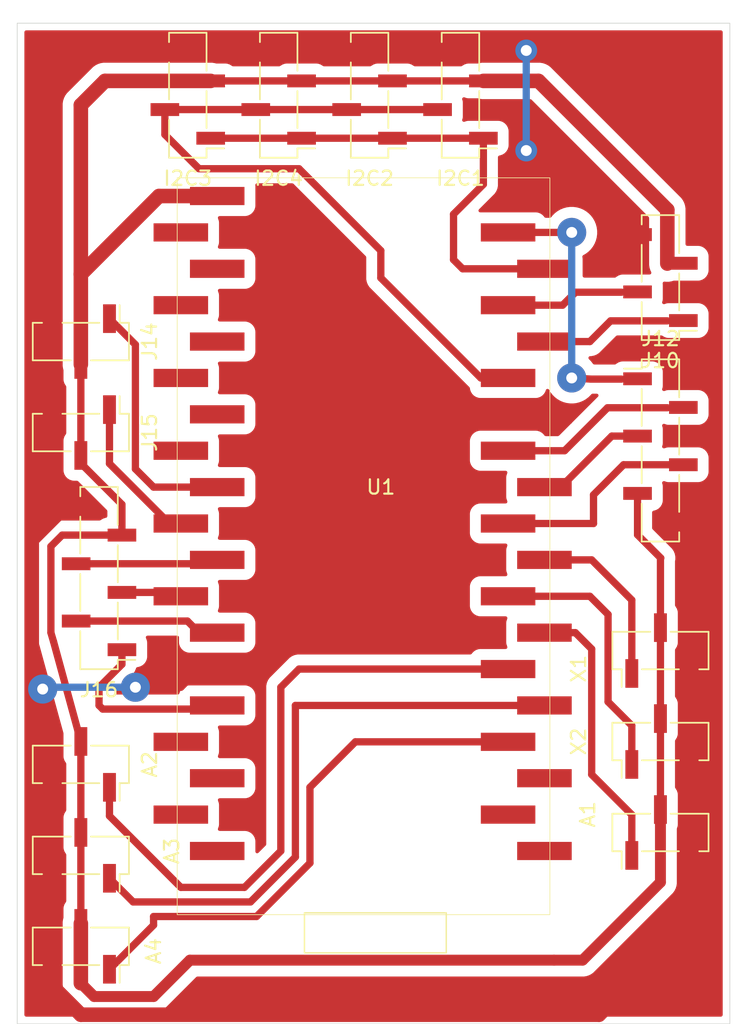
<source format=kicad_pcb>
(kicad_pcb (version 20241229) (generator "pcbnew") (generator_version "9.0")
  (layers (0 "F.Cu" signal) (2 "B.Cu" signal) (13 "F.Paste" user) (15 "B.Paste" user) (5 "F.SilkS" user "F.Silkscreen") (7 "B.SilkS" user "B.Silkscreen") (1 "F.Mask" user) (3 "B.Mask" user) (25 "Edge.Cuts" user))
  (net 0 "")
  (net 1 "SIG1")
  (net 2 "GND")
  (net 3 "3V3")
  (net 4 "SIG2")
  (net 5 "ADC2")
  (net 6 "I2C_SDA")
  (net 7 "I2C_SCL")
  (net 8 "U0_TX")
  (net 9 "U0_RX")
  (net 10 "ADC3")
  (net 11 "SPI_MOSI")
  (net 12 "SPI_MISO")
  (net 13 "SPI_CS")
  (net 14 "SPI_SCK")
  (net 15 "ADC4")
  (net 16 "DAC1")
  (net 17 "DAC2")
  (net 18 "SPI2_MISO")
  (net 19 "SPI2_CS")
  (net 20 "SPI2_MOSI")
  (net 21 "SPI2_SCK")
  (net 29 "ADC1")
  (net 35 "5V")
  (footprint "Connector_PinSocket_2.00mm:PinSocket_1x04_P2.00mm_Vertical_SMD_Pin1Left" (layer "F.Cu") (at 24.615 5.03 180)
    (property "Reference" "I2C2" (at 0 -5.8 0) (layer "F.SilkS"))
    (property "Value" "I2C2")
    (fp_line (start 1.31 3.71) (end 1.31 4.36) (stroke (width 0.12)) (layer "F.SilkS"))
    (fp_line (start 1.31 -0.29) (end 1.31 2.29) (stroke (width 0.12)) (layer "F.SilkS"))
    (fp_line (start 1.31 -4.36) (end 1.31 -1.71) (stroke (width 0.12)) (layer "F.SilkS"))
    (fp_line (start -1.31 4.36) (end 1.31 4.36) (stroke (width 0.12)) (layer "F.SilkS"))
    (fp_line (start -1.31 1.71) (end -1.31 4.36) (stroke (width 0.12)) (layer "F.SilkS"))
    (fp_line (start -1.31 -2.29) (end -1.31 0.29) (stroke (width 0.12)) (layer "F.SilkS"))
    (fp_line (start -1.31 -4.36) (end 1.31 -4.36) (stroke (width 0.12)) (layer "F.SilkS"))
    (fp_line (start -1.31 -4.36) (end -1.31 -3.71) (stroke (width 0.12)) (layer "F.SilkS"))
    (fp_line (start -2.54 -3.71) (end -1.31 -3.71) (stroke (width 0.12)) (layer "F.SilkS"))
    (pad "1" smd rect (at -1.6 -3 180) (size 2 0.9) (layers "F.Cu" "F.Mask" "F.Paste") (net 7 "I2C_SCL"))
    (pad "2" smd rect (at 1.6 -1 180) (size 2 0.9) (layers "F.Cu" "F.Mask" "F.Paste") (net 6 "I2C_SDA"))
    (pad "3" smd rect (at -1.6 1 180) (size 2 0.9) (layers "F.Cu" "F.Mask" "F.Paste") (net 3 "3V3"))
    (pad "4" smd rect (at 1.6 3 180) (size 2 0.9) (layers "F.Cu" "F.Mask" "F.Paste") (net 2 "GND"))
  )
  (footprint "Connector_PinSocket_2.00mm:PinSocket_1x06_P2.00mm_Vertical_SMD_Pin1Left" (layer "F.Cu") (at 44.93452 29.823617)
    (property "Reference" "J12" (at 0 -7.8 0) (layer "F.SilkS"))
    (property "Value" "SPI1")
    (fp_line (start -2.54 -5.71) (end -1.31 -5.71) (stroke (width 0.12)) (layer "F.SilkS"))
    (fp_line (start -1.31 -6.36) (end -1.31 -5.71) (stroke (width 0.12)) (layer "F.SilkS"))
    (fp_line (start -1.31 -6.36) (end 1.31 -6.36) (stroke (width 0.12)) (layer "F.SilkS"))
    (fp_line (start -1.31 -4.29) (end -1.31 -1.71) (stroke (width 0.12)) (layer "F.SilkS"))
    (fp_line (start -1.31 -0.29) (end -1.31 2.29) (stroke (width 0.12)) (layer "F.SilkS"))
    (fp_line (start -1.31 3.71) (end -1.31 6.36) (stroke (width 0.12)) (layer "F.SilkS"))
    (fp_line (start -1.31 6.36) (end 1.31 6.36) (stroke (width 0.12)) (layer "F.SilkS"))
    (fp_line (start 1.31 -6.36) (end 1.31 -3.71) (stroke (width 0.12)) (layer "F.SilkS"))
    (fp_line (start 1.31 -2.29) (end 1.31 0.29) (stroke (width 0.12)) (layer "F.SilkS"))
    (fp_line (start 1.31 1.71) (end 1.31 4.29) (stroke (width 0.12)) (layer "F.SilkS"))
    (fp_line (start 1.31 5.71) (end 1.31 6.36) (stroke (width 0.12)) (layer "F.SilkS"))
    (pad "1" smd rect (at -1.6 -5) (size 2 0.9) (layers "F.Cu" "F.Mask" "F.Paste") (net 11 "SPI_MOSI"))
    (pad "2" smd rect (at 1.6 -3) (size 2 0.9) (layers "F.Cu" "F.Mask" "F.Paste") (net 12 "SPI_MISO"))
    (pad "3" smd rect (at -1.6 -1) (size 2 0.9) (layers "F.Cu" "F.Mask" "F.Paste") (net 14 "SPI_SCK"))
    (pad "4" smd rect (at 1.6 1) (size 2 0.9) (layers "F.Cu" "F.Mask" "F.Paste") (net 13 "SPI_CS"))
    (pad "5" smd rect (at -1.6 3) (size 2 0.9) (layers "F.Cu" "F.Mask" "F.Paste") (net 3 "3V3"))
    (pad "6" smd rect (at 1.6 5) (size 2 0.9) (layers "F.Cu" "F.Mask" "F.Paste") (net 2 "GND"))
  )
  (footprint "ESP32-DEVKITC-32D:MODULE_ESP32-DEVKITC-32D" (layer "F.Cu") (at 25.4 32.385)
    (property "Reference" "U1" (at 0 0 0) (layer "F.SilkS") (effects (font (size 1.000386 1.000386))))
    (property "Value" "ESP32-DEVKITC-32D")
    (fp_rect (start -14.224 -21.59) (end 11.811 29.845) (stroke (width 0.05)) (fill no) (layer "F.SilkS"))
    (fp_rect (start -5.334 29.718) (end 4.572 32.512) (stroke (width 0.1)) (fill no) (layer "F.SilkS"))
    (pad "J2-1" smd rect (at -12.7 -20.32) (size 3.81 1.27) (drill (offset 1.27 0)) (layers "F.Cu" "F.Mask" "F.Paste") (net 3 "3V3"))
    (pad "J2-2" smd rect (at -12.7 -17.78) (size 3.81 1.27) (drill (offset -1.27 0)) (layers "F.Cu" "F.Mask" "F.Paste"))
    (pad "J2-3" smd rect (at -12.7 -15.24) (size 3.81 1.27) (drill (offset 1.27 0)) (layers "F.Cu" "F.Mask" "F.Paste"))
    (pad "J2-4" smd rect (at -12.7 -12.7) (size 3.81 1.27) (drill (offset -1.27 0)) (layers "F.Cu" "F.Mask" "F.Paste"))
    (pad "J2-5" smd rect (at -12.7 -10.16) (size 3.81 1.27) (drill (offset 1.27 0)) (layers "F.Cu" "F.Mask" "F.Paste"))
    (pad "J2-6" smd rect (at -12.7 -7.62) (size 3.81 1.27) (drill (offset -1.27 0)) (layers "F.Cu" "F.Mask" "F.Paste"))
    (pad "J2-7" smd rect (at -12.7 -5.08) (size 3.81 1.27) (drill (offset 1.27 0)) (layers "F.Cu" "F.Mask" "F.Paste"))
    (pad "J2-8" smd rect (at -12.7 -2.54) (size 3.81 1.27) (drill (offset -1.27 0)) (layers "F.Cu" "F.Mask" "F.Paste"))
    (pad "J2-9" smd rect (at -12.7 0) (size 3.81 1.27) (drill (offset 1.27 0)) (layers "F.Cu" "F.Mask" "F.Paste") (net 16 "DAC1"))
    (pad "J2-10" smd rect (at -12.7 2.54) (size 3.81 1.27) (drill (offset -1.27 0)) (layers "F.Cu" "F.Mask" "F.Paste") (net 17 "DAC2"))
    (pad "J2-11" smd rect (at -12.7 5.08) (size 3.81 1.27) (drill (offset 1.27 0)) (layers "F.Cu" "F.Mask" "F.Paste") (net 19 "SPI2_CS"))
    (pad "J2-12" smd rect (at -12.7 7.62) (size 3.81 1.27) (drill (offset -1.27 0)) (layers "F.Cu" "F.Mask" "F.Paste") (net 21 "SPI2_SCK"))
    (pad "J2-13" smd rect (at -12.7 10.16) (size 3.81 1.27) (drill (offset 1.27 0)) (layers "F.Cu" "F.Mask" "F.Paste") (net 18 "SPI2_MISO"))
    (pad "J2-14" smd rect (at -12.7 12.7) (size 3.81 1.27) (drill (offset -1.27 0)) (layers "F.Cu" "F.Mask" "F.Paste") (net 2 "GND"))
    (pad "J2-15" smd rect (at -12.7 15.24) (size 3.81 1.27) (drill (offset 1.27 0)) (layers "F.Cu" "F.Mask" "F.Paste") (net 20 "SPI2_MOSI"))
    (pad "J2-16" smd rect (at -12.7 17.78) (size 3.81 1.27) (drill (offset -1.27 0)) (layers "F.Cu" "F.Mask" "F.Paste"))
    (pad "J2-17" smd rect (at -12.7 20.32) (size 3.81 1.27) (drill (offset 1.27 0)) (layers "F.Cu" "F.Mask" "F.Paste"))
    (pad "J2-18" smd rect (at -12.7 22.86) (size 3.81 1.27) (drill (offset -1.27 0)) (layers "F.Cu" "F.Mask" "F.Paste"))
    (pad "J2-19" smd rect (at -12.7 25.4) (size 3.81 1.27) (drill (offset 1.27 0)) (layers "F.Cu" "F.Mask" "F.Paste") (net 35 "5V"))
    (pad "J3-1" smd rect (at 10.16 -20.32) (size 3.81 1.27) (drill (offset 1.27 0)) (layers "F.Cu" "F.Mask" "F.Paste") (net 2 "GND"))
    (pad "J3-2" smd rect (at 10.16 -17.78) (size 3.81 1.27) (drill (offset -1.27 0)) (layers "F.Cu" "F.Mask" "F.Paste") (net 11 "SPI_MOSI"))
    (pad "J3-3" smd rect (at 10.16 -15.24) (size 3.81 1.27) (drill (offset 1.27 0)) (layers "F.Cu" "F.Mask" "F.Paste") (net 7 "I2C_SCL"))
    (pad "J3-4" smd rect (at 10.16 -12.7) (size 3.81 1.27) (drill (offset -1.27 0)) (layers "F.Cu" "F.Mask" "F.Paste") (net 9 "U0_RX"))
    (pad "J3-5" smd rect (at 10.16 -10.16) (size 3.81 1.27) (drill (offset 1.27 0)) (layers "F.Cu" "F.Mask" "F.Paste") (net 8 "U0_TX"))
    (pad "J3-6" smd rect (at 10.16 -7.62) (size 3.81 1.27) (drill (offset -1.27 0)) (layers "F.Cu" "F.Mask" "F.Paste") (net 6 "I2C_SDA"))
    (pad "J3-7" smd rect (at 10.16 -5.08) (size 3.81 1.27) (drill (offset 1.27 0)) (layers "F.Cu" "F.Mask" "F.Paste") (net 2 "GND"))
    (pad "J3-8" smd rect (at 10.16 -2.54) (size 3.81 1.27) (drill (offset -1.27 0)) (layers "F.Cu" "F.Mask" "F.Paste") (net 12 "SPI_MISO"))
    (pad "J3-9" smd rect (at 10.16 0) (size 3.81 1.27) (drill (offset 1.27 0)) (layers "F.Cu" "F.Mask" "F.Paste") (net 14 "SPI_SCK"))
    (pad "J3-10" smd rect (at 10.16 2.54) (size 3.81 1.27) (drill (offset -1.27 0)) (layers "F.Cu" "F.Mask" "F.Paste") (net 13 "SPI_CS"))
    (pad "J3-11" smd rect (at 10.16 5.08) (size 3.81 1.27) (drill (offset 1.27 0)) (layers "F.Cu" "F.Mask" "F.Paste") (net 1 "SIG1"))
    (pad "J3-12" smd rect (at 10.16 7.62) (size 3.81 1.27) (drill (offset -1.27 0)) (layers "F.Cu" "F.Mask" "F.Paste") (net 4 "SIG2"))
    (pad "J3-13" smd rect (at 10.16 10.16) (size 3.81 1.27) (drill (offset 1.27 0)) (layers "F.Cu" "F.Mask" "F.Paste") (net 29 "ADC1"))
    (pad "J3-14" smd rect (at 10.16 12.7) (size 3.81 1.27) (drill (offset -1.27 0)) (layers "F.Cu" "F.Mask" "F.Paste") (net 5 "ADC2"))
    (pad "J3-15" smd rect (at 10.16 15.24) (size 3.81 1.27) (drill (offset 1.27 0)) (layers "F.Cu" "F.Mask" "F.Paste") (net 10 "ADC3"))
    (pad "J3-16" smd rect (at 10.16 17.78) (size 3.81 1.27) (drill (offset -1.27 0)) (layers "F.Cu" "F.Mask" "F.Paste") (net 15 "ADC4"))
    (pad "J3-17" smd rect (at 10.16 20.32) (size 3.81 1.27) (drill (offset 1.27 0)) (layers "F.Cu" "F.Mask" "F.Paste"))
    (pad "J3-18" smd rect (at 10.16 22.86) (size 3.81 1.27) (drill (offset -1.27 0)) (layers "F.Cu" "F.Mask" "F.Paste"))
    (pad "J3-19" smd rect (at 10.16 25.4) (size 3.81 1.27) (drill (offset 1.27 0)) (layers "F.Cu" "F.Mask" "F.Paste"))
  )
  (footprint "Connector_PinSocket_2.00mm:PinSocket_1x03_P2.00mm_Vertical_SMD_Pin1Left" (layer "F.Cu") (at 4.445 28.575 -90)
    (property "Reference" "J15" (at 0 -4.8 90) (layer "F.SilkS"))
    (property "Value" "DAC2")
    (fp_line (start -1.31 3.36) (end 1.31 3.36) (stroke (width 0.12)) (layer "F.SilkS"))
    (fp_line (start -1.31 2.71) (end -1.31 3.36) (stroke (width 0.12)) (layer "F.SilkS"))
    (fp_line (start 1.31 0.71) (end 1.31 3.36) (stroke (width 0.12)) (layer "F.SilkS"))
    (fp_line (start -1.31 -1.29) (end -1.31 1.29) (stroke (width 0.12)) (layer "F.SilkS"))
    (fp_line (start -2.54 -2.71) (end -1.31 -2.71) (stroke (width 0.12)) (layer "F.SilkS"))
    (fp_line (start -1.31 -3.36) (end -1.31 -2.71) (stroke (width 0.12)) (layer "F.SilkS"))
    (fp_line (start -1.31 -3.36) (end 1.31 -3.36) (stroke (width 0.12)) (layer "F.SilkS"))
    (fp_line (start 1.31 -3.36) (end 1.31 -0.71) (stroke (width 0.12)) (layer "F.SilkS"))
    (pad "1" smd rect (at -1.6 -2 270) (size 2 0.9) (layers "F.Cu" "F.Mask" "F.Paste") (net 17 "DAC2"))
    (pad "2" smd rect (at 1.6 0 270) (size 2 0.9) (layers "F.Cu" "F.Mask" "F.Paste") (net 3 "3V3"))
    (pad "3" smd rect (at -1.6 2 270) (size 2 0.9) (layers "F.Cu" "F.Mask" "F.Paste") (net 2 "GND"))
  )
  (footprint "Connector_PinSocket_2.00mm:PinSocket_1x03_P2.00mm_Vertical_SMD_Pin1Right" (layer "F.Cu") (at 4.445 64.44 -90)
    (property "Reference" "A4" (at 0.33 -5.08 270) (layer "F.SilkS"))
    (property "Value" "ADC4")
    (fp_line (start -1.31 3.36) (end 1.31 3.36) (stroke (width 0.12)) (layer "F.SilkS"))
    (fp_line (start 1.31 2.71) (end 1.31 3.36) (stroke (width 0.12)) (layer "F.SilkS"))
    (fp_line (start -1.31 0.71) (end -1.31 3.36) (stroke (width 0.12)) (layer "F.SilkS"))
    (fp_line (start 1.31 -1.29) (end 1.31 1.29) (stroke (width 0.12)) (layer "F.SilkS"))
    (fp_line (start 1.31 -2.71) (end 2.54 -2.71) (stroke (width 0.12)) (layer "F.SilkS"))
    (fp_line (start -1.31 -3.36) (end -1.31 -0.71) (stroke (width 0.12)) (layer "F.SilkS"))
    (fp_line (start -1.31 -3.36) (end 1.31 -3.36) (stroke (width 0.12)) (layer "F.SilkS"))
    (fp_line (start 1.31 -3.36) (end 1.31 -2.71) (stroke (width 0.12)) (layer "F.SilkS"))
    (pad "1" smd rect (at 1.6 -2 270) (size 2 0.9) (layers "F.Cu" "F.Mask" "F.Paste") (net 15 "ADC4"))
    (pad "2" smd rect (at -1.6 0 270) (size 2 0.9) (layers "F.Cu" "F.Mask" "F.Paste") (net 3 "3V3"))
    (pad "3" smd rect (at 1.6 2 270) (size 2 0.9) (layers "F.Cu" "F.Mask" "F.Paste") (net 2 "GND"))
  )
  (footprint "Connector_PinSocket_2.00mm:PinSocket_1x03_P2.00mm_Vertical_SMD_Pin1Left" (layer "F.Cu") (at 44.93452 56.493617 90)
    (property "Reference" "A1" (at 1.27 -5.08 90) (layer "F.SilkS"))
    (property "Value" "ADC1")
    (fp_line (start 1.31 -3.36) (end 1.31 -0.71) (stroke (width 0.12)) (layer "F.SilkS"))
    (fp_line (start -1.31 -3.36) (end 1.31 -3.36) (stroke (width 0.12)) (layer "F.SilkS"))
    (fp_line (start -1.31 -3.36) (end -1.31 -2.71) (stroke (width 0.12)) (layer "F.SilkS"))
    (fp_line (start -2.54 -2.71) (end -1.31 -2.71) (stroke (width 0.12)) (layer "F.SilkS"))
    (fp_line (start -1.31 -1.29) (end -1.31 1.29) (stroke (width 0.12)) (layer "F.SilkS"))
    (fp_line (start 1.31 0.71) (end 1.31 3.36) (stroke (width 0.12)) (layer "F.SilkS"))
    (fp_line (start -1.31 2.71) (end -1.31 3.36) (stroke (width 0.12)) (layer "F.SilkS"))
    (fp_line (start -1.31 3.36) (end 1.31 3.36) (stroke (width 0.12)) (layer "F.SilkS"))
    (pad "1" smd rect (at -1.6 -2 90) (size 2 0.9) (layers "F.Cu" "F.Mask" "F.Paste") (net 29 "ADC1"))
    (pad "2" smd rect (at 1.6 0 90) (size 2 0.9) (layers "F.Cu" "F.Mask" "F.Paste") (net 3 "3V3"))
    (pad "3" smd rect (at -1.6 2 90) (size 2 0.9) (layers "F.Cu" "F.Mask" "F.Paste") (net 2 "GND"))
  )
  (footprint "Connector_PinSocket_2.00mm:PinSocket_1x03_P2.00mm_Vertical_SMD_Pin1Right" (layer "F.Cu") (at 4.445 51.74 -90)
    (property "Reference" "A2" (at 0 -4.8 270) (layer "F.SilkS"))
    (property "Value" "ADC2")
    (fp_line (start -1.31 3.36) (end 1.31 3.36) (stroke (width 0.12)) (layer "F.SilkS"))
    (fp_line (start 1.31 2.71) (end 1.31 3.36) (stroke (width 0.12)) (layer "F.SilkS"))
    (fp_line (start -1.31 0.71) (end -1.31 3.36) (stroke (width 0.12)) (layer "F.SilkS"))
    (fp_line (start 1.31 -1.29) (end 1.31 1.29) (stroke (width 0.12)) (layer "F.SilkS"))
    (fp_line (start 1.31 -2.71) (end 2.54 -2.71) (stroke (width 0.12)) (layer "F.SilkS"))
    (fp_line (start -1.31 -3.36) (end -1.31 -0.71) (stroke (width 0.12)) (layer "F.SilkS"))
    (fp_line (start -1.31 -3.36) (end 1.31 -3.36) (stroke (width 0.12)) (layer "F.SilkS"))
    (fp_line (start 1.31 -3.36) (end 1.31 -2.71) (stroke (width 0.12)) (layer "F.SilkS"))
    (pad "1" smd rect (at 1.6 -2 270) (size 2 0.9) (layers "F.Cu" "F.Mask" "F.Paste") (net 5 "ADC2"))
    (pad "2" smd rect (at -1.6 0 270) (size 2 0.9) (layers "F.Cu" "F.Mask" "F.Paste") (net 3 "3V3"))
    (pad "3" smd rect (at 1.6 2 270) (size 2 0.9) (layers "F.Cu" "F.Mask" "F.Paste") (net 2 "GND"))
  )
  (footprint "Connector_PinSocket_2.00mm:PinSocket_1x03_P2.00mm_Vertical_SMD_Pin1Left" (layer "F.Cu") (at 44.93452 43.793617 90)
    (property "Reference" "X1" (at -1.27 -5.715 90) (layer "F.SilkS"))
    (property "Value" "AUX1")
    (fp_line (start 1.31 -3.36) (end 1.31 -0.71) (stroke (width 0.12)) (layer "F.SilkS"))
    (fp_line (start -1.31 -3.36) (end 1.31 -3.36) (stroke (width 0.12)) (layer "F.SilkS"))
    (fp_line (start -1.31 -3.36) (end -1.31 -2.71) (stroke (width 0.12)) (layer "F.SilkS"))
    (fp_line (start -2.54 -2.71) (end -1.31 -2.71) (stroke (width 0.12)) (layer "F.SilkS"))
    (fp_line (start -1.31 -1.29) (end -1.31 1.29) (stroke (width 0.12)) (layer "F.SilkS"))
    (fp_line (start 1.31 0.71) (end 1.31 3.36) (stroke (width 0.12)) (layer "F.SilkS"))
    (fp_line (start -1.31 2.71) (end -1.31 3.36) (stroke (width 0.12)) (layer "F.SilkS"))
    (fp_line (start -1.31 3.36) (end 1.31 3.36) (stroke (width 0.12)) (layer "F.SilkS"))
    (pad "1" smd rect (at -1.6 -2 90) (size 2 0.9) (layers "F.Cu" "F.Mask" "F.Paste") (net 1 "SIG1"))
    (pad "2" smd rect (at 1.6 0 90) (size 2 0.9) (layers "F.Cu" "F.Mask" "F.Paste") (net 3 "3V3"))
    (pad "3" smd rect (at -1.6 2 90) (size 2 0.9) (layers "F.Cu" "F.Mask" "F.Paste") (net 2 "GND"))
  )
  (footprint "Connector_PinSocket_2.00mm:PinSocket_1x04_P2.00mm_Vertical_SMD_Pin1Left" (layer "F.Cu") (at 44.93452 17.758617 180)
    (property "Reference" "J10" (at 0 -5.8 0) (layer "F.SilkS"))
    (property "Value" "UART1")
    (fp_line (start 1.31 3.71) (end 1.31 4.36) (stroke (width 0.12)) (layer "F.SilkS"))
    (fp_line (start 1.31 -0.29) (end 1.31 2.29) (stroke (width 0.12)) (layer "F.SilkS"))
    (fp_line (start 1.31 -4.36) (end 1.31 -1.71) (stroke (width 0.12)) (layer "F.SilkS"))
    (fp_line (start -1.31 4.36) (end 1.31 4.36) (stroke (width 0.12)) (layer "F.SilkS"))
    (fp_line (start -1.31 1.71) (end -1.31 4.36) (stroke (width 0.12)) (layer "F.SilkS"))
    (fp_line (start -1.31 -2.29) (end -1.31 0.29) (stroke (width 0.12)) (layer "F.SilkS"))
    (fp_line (start -1.31 -4.36) (end 1.31 -4.36) (stroke (width 0.12)) (layer "F.SilkS"))
    (fp_line (start -1.31 -4.36) (end -1.31 -3.71) (stroke (width 0.12)) (layer "F.SilkS"))
    (fp_line (start -2.54 -3.71) (end -1.31 -3.71) (stroke (width 0.12)) (layer "F.SilkS"))
    (pad "1" smd rect (at -1.6 -3 180) (size 2 0.9) (layers "F.Cu" "F.Mask" "F.Paste") (net 8 "U0_TX"))
    (pad "2" smd rect (at 1.6 -1 180) (size 2 0.9) (layers "F.Cu" "F.Mask" "F.Paste") (net 9 "U0_RX"))
    (pad "3" smd rect (at -1.6 1 180) (size 2 0.9) (layers "F.Cu" "F.Mask" "F.Paste") (net 3 "3V3"))
    (pad "4" smd rect (at 1.6 3 180) (size 2 0.9) (layers "F.Cu" "F.Mask" "F.Paste") (net 2 "GND"))
  )
  (footprint "Connector_PinSocket_2.00mm:PinSocket_1x04_P2.00mm_Vertical_SMD_Pin1Left" (layer "F.Cu") (at 11.915 5.03 180)
    (property "Reference" "I2C3" (at 0 -5.8 0) (layer "F.SilkS"))
    (property "Value" "I2C4")
    (fp_line (start 1.31 3.71) (end 1.31 4.36) (stroke (width 0.12)) (layer "F.SilkS"))
    (fp_line (start 1.31 -0.29) (end 1.31 2.29) (stroke (width 0.12)) (layer "F.SilkS"))
    (fp_line (start 1.31 -4.36) (end 1.31 -1.71) (stroke (width 0.12)) (layer "F.SilkS"))
    (fp_line (start -1.31 4.36) (end 1.31 4.36) (stroke (width 0.12)) (layer "F.SilkS"))
    (fp_line (start -1.31 1.71) (end -1.31 4.36) (stroke (width 0.12)) (layer "F.SilkS"))
    (fp_line (start -1.31 -2.29) (end -1.31 0.29) (stroke (width 0.12)) (layer "F.SilkS"))
    (fp_line (start -1.31 -4.36) (end 1.31 -4.36) (stroke (width 0.12)) (layer "F.SilkS"))
    (fp_line (start -1.31 -4.36) (end -1.31 -3.71) (stroke (width 0.12)) (layer "F.SilkS"))
    (fp_line (start -2.54 -3.71) (end -1.31 -3.71) (stroke (width 0.12)) (layer "F.SilkS"))
    (pad "1" smd rect (at -1.6 -3 180) (size 2 0.9) (layers "F.Cu" "F.Mask" "F.Paste") (net 7 "I2C_SCL"))
    (pad "2" smd rect (at 1.6 -1 180) (size 2 0.9) (layers "F.Cu" "F.Mask" "F.Paste") (net 6 "I2C_SDA"))
    (pad "3" smd rect (at -1.6 1 180) (size 2 0.9) (layers "F.Cu" "F.Mask" "F.Paste") (net 3 "3V3"))
    (pad "4" smd rect (at 1.6 3 180) (size 2 0.9) (layers "F.Cu" "F.Mask" "F.Paste") (net 2 "GND"))
  )
  (footprint "Connector_PinSocket_2.00mm:PinSocket_1x03_P2.00mm_Vertical_SMD_Pin1Left" (layer "F.Cu") (at 4.445 22.225 -90)
    (property "Reference" "J14" (at 0 -4.8 90) (layer "F.SilkS"))
    (property "Value" "DAC1")
    (fp_line (start -1.31 3.36) (end 1.31 3.36) (stroke (width 0.12)) (layer "F.SilkS"))
    (fp_line (start -1.31 2.71) (end -1.31 3.36) (stroke (width 0.12)) (layer "F.SilkS"))
    (fp_line (start 1.31 0.71) (end 1.31 3.36) (stroke (width 0.12)) (layer "F.SilkS"))
    (fp_line (start -1.31 -1.29) (end -1.31 1.29) (stroke (width 0.12)) (layer "F.SilkS"))
    (fp_line (start -2.54 -2.71) (end -1.31 -2.71) (stroke (width 0.12)) (layer "F.SilkS"))
    (fp_line (start -1.31 -3.36) (end -1.31 -2.71) (stroke (width 0.12)) (layer "F.SilkS"))
    (fp_line (start -1.31 -3.36) (end 1.31 -3.36) (stroke (width 0.12)) (layer "F.SilkS"))
    (fp_line (start 1.31 -3.36) (end 1.31 -0.71) (stroke (width 0.12)) (layer "F.SilkS"))
    (pad "1" smd rect (at -1.6 -2 270) (size 2 0.9) (layers "F.Cu" "F.Mask" "F.Paste") (net 16 "DAC1"))
    (pad "2" smd rect (at 1.6 0 270) (size 2 0.9) (layers "F.Cu" "F.Mask" "F.Paste") (net 3 "3V3"))
    (pad "3" smd rect (at -1.6 2 270) (size 2 0.9) (layers "F.Cu" "F.Mask" "F.Paste") (net 2 "GND"))
  )
  (footprint "Connector_PinSocket_2.00mm:PinSocket_1x04_P2.00mm_Vertical_SMD_Pin1Left" (layer "F.Cu") (at 18.265 5.03 180)
    (property "Reference" "I2C4" (at 0 -5.8 0) (layer "F.SilkS"))
    (property "Value" "I2C3")
    (fp_line (start 1.31 3.71) (end 1.31 4.36) (stroke (width 0.12)) (layer "F.SilkS"))
    (fp_line (start 1.31 -0.29) (end 1.31 2.29) (stroke (width 0.12)) (layer "F.SilkS"))
    (fp_line (start 1.31 -4.36) (end 1.31 -1.71) (stroke (width 0.12)) (layer "F.SilkS"))
    (fp_line (start -1.31 4.36) (end 1.31 4.36) (stroke (width 0.12)) (layer "F.SilkS"))
    (fp_line (start -1.31 1.71) (end -1.31 4.36) (stroke (width 0.12)) (layer "F.SilkS"))
    (fp_line (start -1.31 -2.29) (end -1.31 0.29) (stroke (width 0.12)) (layer "F.SilkS"))
    (fp_line (start -1.31 -4.36) (end 1.31 -4.36) (stroke (width 0.12)) (layer "F.SilkS"))
    (fp_line (start -1.31 -4.36) (end -1.31 -3.71) (stroke (width 0.12)) (layer "F.SilkS"))
    (fp_line (start -2.54 -3.71) (end -1.31 -3.71) (stroke (width 0.12)) (layer "F.SilkS"))
    (pad "1" smd rect (at -1.6 -3 180) (size 2 0.9) (layers "F.Cu" "F.Mask" "F.Paste") (net 7 "I2C_SCL"))
    (pad "2" smd rect (at 1.6 -1 180) (size 2 0.9) (layers "F.Cu" "F.Mask" "F.Paste") (net 6 "I2C_SDA"))
    (pad "3" smd rect (at -1.6 1 180) (size 2 0.9) (layers "F.Cu" "F.Mask" "F.Paste") (net 3 "3V3"))
    (pad "4" smd rect (at 1.6 3 180) (size 2 0.9) (layers "F.Cu" "F.Mask" "F.Paste") (net 2 "GND"))
  )
  (footprint "Connector_PinSocket_2.00mm:PinSocket_1x06_P2.00mm_Vertical_SMD_Pin1Left" (layer "F.Cu") (at 5.715 38.735 180)
    (property "Reference" "J16" (at 0 -7.8 0) (layer "F.SilkS"))
    (property "Value" "SPI2")
    (fp_line (start 1.31 5.71) (end 1.31 6.36) (stroke (width 0.12)) (layer "F.SilkS"))
    (fp_line (start 1.31 1.71) (end 1.31 4.29) (stroke (width 0.12)) (layer "F.SilkS"))
    (fp_line (start 1.31 -2.29) (end 1.31 0.29) (stroke (width 0.12)) (layer "F.SilkS"))
    (fp_line (start 1.31 -6.36) (end 1.31 -3.71) (stroke (width 0.12)) (layer "F.SilkS"))
    (fp_line (start -1.31 6.36) (end 1.31 6.36) (stroke (width 0.12)) (layer "F.SilkS"))
    (fp_line (start -1.31 3.71) (end -1.31 6.36) (stroke (width 0.12)) (layer "F.SilkS"))
    (fp_line (start -1.31 -0.29) (end -1.31 2.29) (stroke (width 0.12)) (layer "F.SilkS"))
    (fp_line (start -1.31 -4.29) (end -1.31 -1.71) (stroke (width 0.12)) (layer "F.SilkS"))
    (fp_line (start -1.31 -6.36) (end 1.31 -6.36) (stroke (width 0.12)) (layer "F.SilkS"))
    (fp_line (start -1.31 -6.36) (end -1.31 -5.71) (stroke (width 0.12)) (layer "F.SilkS"))
    (fp_line (start -2.54 -5.71) (end -1.31 -5.71) (stroke (width 0.12)) (layer "F.SilkS"))
    (pad "1" smd rect (at -1.6 -5 180) (size 2 0.9) (layers "F.Cu" "F.Mask" "F.Paste") (net 20 "SPI2_MOSI"))
    (pad "2" smd rect (at 1.6 -3 180) (size 2 0.9) (layers "F.Cu" "F.Mask" "F.Paste") (net 18 "SPI2_MISO"))
    (pad "3" smd rect (at -1.6 -1 180) (size 2 0.9) (layers "F.Cu" "F.Mask" "F.Paste") (net 21 "SPI2_SCK"))
    (pad "4" smd rect (at 1.6 1 180) (size 2 0.9) (layers "F.Cu" "F.Mask" "F.Paste") (net 19 "SPI2_CS"))
    (pad "5" smd rect (at -1.6 3 180) (size 2 0.9) (layers "F.Cu" "F.Mask" "F.Paste") (net 3 "3V3"))
    (pad "6" smd rect (at 1.6 5 180) (size 2 0.9) (layers "F.Cu" "F.Mask" "F.Paste") (net 2 "GND"))
  )
  (footprint "Connector_PinSocket_2.00mm:PinSocket_1x04_P2.00mm_Vertical_SMD_Pin1Left" (layer "F.Cu") (at 30.965 5.03 180)
    (property "Reference" "I2C1" (at 0 -5.8 0) (layer "F.SilkS"))
    (property "Value" "I2C1")
    (fp_line (start 1.31 3.71) (end 1.31 4.36) (stroke (width 0.12)) (layer "F.SilkS"))
    (fp_line (start 1.31 -0.29) (end 1.31 2.29) (stroke (width 0.12)) (layer "F.SilkS"))
    (fp_line (start 1.31 -4.36) (end 1.31 -1.71) (stroke (width 0.12)) (layer "F.SilkS"))
    (fp_line (start -1.31 4.36) (end 1.31 4.36) (stroke (width 0.12)) (layer "F.SilkS"))
    (fp_line (start -1.31 1.71) (end -1.31 4.36) (stroke (width 0.12)) (layer "F.SilkS"))
    (fp_line (start -1.31 -2.29) (end -1.31 0.29) (stroke (width 0.12)) (layer "F.SilkS"))
    (fp_line (start -1.31 -4.36) (end 1.31 -4.36) (stroke (width 0.12)) (layer "F.SilkS"))
    (fp_line (start -1.31 -4.36) (end -1.31 -3.71) (stroke (width 0.12)) (layer "F.SilkS"))
    (fp_line (start -2.54 -3.71) (end -1.31 -3.71) (stroke (width 0.12)) (layer "F.SilkS"))
    (pad "1" smd rect (at -1.6 -3 180) (size 2 0.9) (layers "F.Cu" "F.Mask" "F.Paste") (net 7 "I2C_SCL"))
    (pad "2" smd rect (at 1.6 -1 180) (size 2 0.9) (layers "F.Cu" "F.Mask" "F.Paste") (net 6 "I2C_SDA"))
    (pad "3" smd rect (at -1.6 1 180) (size 2 0.9) (layers "F.Cu" "F.Mask" "F.Paste") (net 3 "3V3"))
    (pad "4" smd rect (at 1.6 3 180) (size 2 0.9) (layers "F.Cu" "F.Mask" "F.Paste") (net 2 "GND"))
  )
  (footprint "Connector_PinSocket_2.00mm:PinSocket_1x03_P2.00mm_Vertical_SMD_Pin1Left" (layer "F.Cu") (at 44.93452 50.143617 90)
    (property "Reference" "X2" (at 0 -5.715 90) (layer "F.SilkS"))
    (property "Value" "AUX2")
    (fp_line (start 1.31 -3.36) (end 1.31 -0.71) (stroke (width 0.12)) (layer "F.SilkS"))
    (fp_line (start -1.31 -3.36) (end 1.31 -3.36) (stroke (width 0.12)) (layer "F.SilkS"))
    (fp_line (start -1.31 -3.36) (end -1.31 -2.71) (stroke (width 0.12)) (layer "F.SilkS"))
    (fp_line (start -2.54 -2.71) (end -1.31 -2.71) (stroke (width 0.12)) (layer "F.SilkS"))
    (fp_line (start -1.31 -1.29) (end -1.31 1.29) (stroke (width 0.12)) (layer "F.SilkS"))
    (fp_line (start 1.31 0.71) (end 1.31 3.36) (stroke (width 0.12)) (layer "F.SilkS"))
    (fp_line (start -1.31 2.71) (end -1.31 3.36) (stroke (width 0.12)) (layer "F.SilkS"))
    (fp_line (start -1.31 3.36) (end 1.31 3.36) (stroke (width 0.12)) (layer "F.SilkS"))
    (pad "1" smd rect (at -1.6 -2 90) (size 2 0.9) (layers "F.Cu" "F.Mask" "F.Paste") (net 4 "SIG2"))
    (pad "2" smd rect (at 1.6 0 90) (size 2 0.9) (layers "F.Cu" "F.Mask" "F.Paste") (net 3 "3V3"))
    (pad "3" smd rect (at -1.6 2 90) (size 2 0.9) (layers "F.Cu" "F.Mask" "F.Paste") (net 2 "GND"))
  )
  (footprint "Connector_PinSocket_2.00mm:PinSocket_1x03_P2.00mm_Vertical_SMD_Pin1Right" (layer "F.Cu") (at 4.445 58.09 -90)
    (property "Reference" "A3" (at -0.305 -6.35 270) (layer "F.SilkS"))
    (property "Value" "ADC3")
    (fp_line (start -1.31 3.36) (end 1.31 3.36) (stroke (width 0.12)) (layer "F.SilkS"))
    (fp_line (start 1.31 2.71) (end 1.31 3.36) (stroke (width 0.12)) (layer "F.SilkS"))
    (fp_line (start -1.31 0.71) (end -1.31 3.36) (stroke (width 0.12)) (layer "F.SilkS"))
    (fp_line (start 1.31 -1.29) (end 1.31 1.29) (stroke (width 0.12)) (layer "F.SilkS"))
    (fp_line (start 1.31 -2.71) (end 2.54 -2.71) (stroke (width 0.12)) (layer "F.SilkS"))
    (fp_line (start -1.31 -3.36) (end -1.31 -0.71) (stroke (width 0.12)) (layer "F.SilkS"))
    (fp_line (start -1.31 -3.36) (end 1.31 -3.36) (stroke (width 0.12)) (layer "F.SilkS"))
    (fp_line (start 1.31 -3.36) (end 1.31 -2.71) (stroke (width 0.12)) (layer "F.SilkS"))
    (pad "1" smd rect (at 1.6 -2 270) (size 2 0.9) (layers "F.Cu" "F.Mask" "F.Paste") (net 10 "ADC3"))
    (pad "2" smd rect (at -1.6 0 270) (size 2 0.9) (layers "F.Cu" "F.Mask" "F.Paste") (net 3 "3V3"))
    (pad "3" smd rect (at 1.6 2 270) (size 2 0.9) (layers "F.Cu" "F.Mask" "F.Paste") (net 2 "GND"))
  )
  (gr_rect (start 0 0) (end 49.784 69.85) (stroke (width 0.05)) (fill no) (layer "Edge.Cuts"))
  (segment (start 42.93452 40.26752) (end 42.93452 45.393617) (width 0.508) (layer "F.Cu") (net 1))
  (segment (start 35.56 37.465) (end 40.132 37.465) (width 0.508) (layer "F.Cu") (net 1))
  (segment (start 40.132 37.465) (end 42.93452 40.26752) (width 0.508) (layer "F.Cu") (net 1))
  (segment (start 1.27 36.165745) (end 1.27 46.355) (width 0.508) (layer "F.Cu") (net 2))
  (segment (start 4.32 2.03) (end 2.445 3.905) (width 1.016) (layer "F.Cu") (net 2))
  (segment (start 46.99 40.513) (end 46.93452 40.56848) (width 1.016) (layer "F.Cu") (net 2))
  (segment (start 29.365 2.03) (end 35.435 2.03) (width 0.508) (layer "F.Cu") (net 2))
  (segment (start 2.445 32.065) (end 4.115 33.735) (width 0.508) (layer "F.Cu") (net 2))
  (segment (start 29.365 2.03) (end 23.015 2.03) (width 0.508) (layer "F.Cu") (net 2))
  (segment (start 46.93452 45.393617) (end 46.93452 51.743617) (width 0.508) (layer "F.Cu") (net 2))
  (segment (start 23.015 2.03) (end 16.665 2.03) (width 0.508) (layer "F.Cu") (net 2))
  (segment (start 46.93452 62.92048) (end 45.815 64.04) (width 1.016) (layer "F.Cu") (net 2))
  (segment (start 2.445 67.215) (end 4.445 69.215) (width 1.016) (layer "F.Cu") (net 2))
  (segment (start 35.56 27.305) (end 30.48 27.305) (width 0.889) (layer "F.Cu") (net 2))
  (segment (start 46.93452 51.743617) (end 46.93452 58.093617) (width 0.508) (layer "F.Cu") (net 2))
  (segment (start 2.445 53.34) (end 2.445 59.69) (width 0.508) (layer "F.Cu") (net 2))
  (segment (start 1.27 46.355) (end 1.27 47.625) (width 0.508) (layer "F.Cu") (net 2))
  (segment (start 2.445 66.04) (end 2.445 67.215) (width 0.508) (layer "F.Cu") (net 2))
  (segment (start 46.53452 34.823617) (end 46.53452 40.05752) (width 1.016) (layer "F.Cu") (net 2))
  (segment (start 2.445 59.69) (end 2.445 66.04) (width 0.508) (layer "F.Cu") (net 2))
  (segment (start 2.445 20.625) (end 2.445 26.975) (width 0.508) (layer "F.Cu") (net 2))
  (segment (start 35.56 12.065) (end 40.458 12.065) (width 0.762) (layer "F.Cu") (net 2))
  (segment (start 40.64 69.215) (end 45.815 64.04) (width 1.016) (layer "F.Cu") (net 2))
  (segment (start 10.315 2.03) (end 4.32 2.03) (width 1.016) (layer "F.Cu") (net 2))
  (segment (start 17.145 45.085) (end 12.7 45.085) (width 0.889) (layer "F.Cu") (net 2))
  (segment (start 4.115 33.735) (end 3.700745 33.735) (width 0.508) (layer "F.Cu") (net 2))
  (segment (start 2.445 26.975) (end 2.445 32.065) (width 0.508) (layer "F.Cu") (net 2))
  (segment (start 4.445 69.215) (end 40.64 69.215) (width 1.016) (layer "F.Cu") (net 2))
  (segment (start 46.93452 40.56848) (end 46.93452 45.393617) (width 1.016) (layer "F.Cu") (net 2))
  (segment (start 42.215 13.822) (end 42.215 14.78) (width 0.762) (layer "F.Cu") (net 2))
  (segment (start 11.43 46.355) (end 12.7 45.085) (width 0.508) (layer "F.Cu") (net 2))
  (segment (start 1.27 47.625) (end 2.54 48.895) (width 0.508) (layer "F.Cu") (net 2))
  (segment (start 35.435 2.03) (end 35.56 1.905) (width 0.508) (layer "F.Cu") (net 2))
  (segment (start 8.255 46.355) (end 11.43 46.355) (width 0.508) (layer "F.Cu") (net 2))
  (segment (start 3.700745 33.735) (end 1.27 36.165745) (width 0.508) (layer "F.Cu") (net 2))
  (segment (start 10.315 2.03) (end 16.665 2.03) (width 0.508) (layer "F.Cu") (net 2))
  (segment (start 2.445 48.99) (end 2.445 53.34) (width 0.508) (layer "F.Cu") (net 2))
  (segment (start 2.445 3.905) (end 2.445 20.625) (width 1.016) (layer "F.Cu") (net 2))
  (segment (start 30.48 27.305) (end 17.145 45.085) (width 0.889) (layer "F.Cu") (net 2))
  (segment (start 35.56 8.89) (end 35.56 12.065) (width 0.508) (layer "F.Cu") (net 2))
  (segment (start 40.458 12.065) (end 42.215 13.822) (width 0.762) (layer "F.Cu") (net 2))
  (segment (start 46.53452 40.05752) (end 46.99 40.513) (width 0.508) (layer "F.Cu") (net 2))
  (segment (start 46.93452 58.093617) (end 46.93452 62.92048) (width 1.016) (layer "F.Cu") (net 2))
  (segment (start 2.54 48.895) (end 2.445 48.99) (width 0.508) (layer "F.Cu") (net 2))
  (via (at 35.56 8.89) (size 1.524) (drill 0.762) (layers "F.Cu" "B.Cu") (net 2))
  (via (at 8.255 46.355) (size 2.032) (drill 0.762) (layers "F.Cu" "B.Cu") (net 2))
  (via (at 35.56 1.905) (size 1.524) (drill 0.762) (layers "F.Cu" "B.Cu") (net 2))
  (via (at 1.778 46.482) (size 2.032) (drill 0.762) (layers "F.Cu" "B.Cu") (net 2))
  (segment (start 1.905 46.355) (end 8.255 46.355) (width 0.508) (layer "B.Cu") (net 2))
  (segment (start 35.56 1.905) (end 35.56 8.89) (width 0.508) (layer "B.Cu") (net 2))
  (segment (start 19.865 4.03) (end 13.515 4.03) (width 0.508) (layer "F.Cu") (net 3))
  (segment (start 2.352 42.545) (end 2.54 43.18) (width 0.508) (layer "F.Cu") (net 3))
  (segment (start 43.33452 35.71452) (end 44.958 37.338) (width 0.508) (layer "F.Cu") (net 3))
  (segment (start 4.445 30.725) (end 7.315 33.595) (width 0.508) (layer "F.Cu") (net 3))
  (segment (start 4.445 23.825) (end 4.445 30.175) (width 0.508) (layer "F.Cu") (net 3))
  (segment (start 4.445 30.175) (end 4.445 30.725) (width 0.508) (layer "F.Cu") (net 3))
  (segment (start 43.33452 32.823617) (end 43.33452 35.71452) (width 0.508) (layer "F.Cu") (net 3))
  (segment (start 6.13 4.03) (end 4.445 5.715) (width 1.016) (layer "F.Cu") (net 3))
  (segment (start 4.445 62.84) (end 4.445 67.016) (width 1.016) (layer "F.Cu") (net 3))
  (segment (start 7.315 33.595) (end 7.315 35.735) (width 0.508) (layer "F.Cu") (net 3))
  (segment (start 9.525 67.945) (end 12.065 65.405) (width 0.762) (layer "F.Cu") (net 3))
  (segment (start 32.565 4.03) (end 26.215 4.03) (width 0.508) (layer "F.Cu") (net 3))
  (segment (start 3.139 35.735) (end 2.352 36.522) (width 0.508) (layer "F.Cu") (net 3))
  (segment (start 39.497 65.405) (end 37.501 65.405) (width 0.762) (layer "F.Cu") (net 3))
  (segment (start 44.93452 37.36148) (end 44.93452 42.193617) (width 0.508) (layer "F.Cu") (net 3))
  (segment (start 4.445 67.016) (end 5.374 67.945) (width 0.762) (layer "F.Cu") (net 3))
  (segment (start 44.93452 48.543617) (end 44.93452 54.893617) (width 0.508) (layer "F.Cu") (net 3))
  (segment (start 4.445 5.715) (end 4.445 17.524) (width 1.016) (layer "F.Cu") (net 3))
  (segment (start 4.445 50.14) (end 4.445 56.49) (width 0.508) (layer "F.Cu") (net 3))
  (segment (start 12.7 12.065) (end 9.904 12.065) (width 1.016) (layer "F.Cu") (net 3))
  (segment (start 26.215 4.03) (end 19.865 4.03) (width 0.508) (layer "F.Cu") (net 3))
  (segment (start 44.958 37.338) (end 44.93452 37.36148) (width 0.508) (layer "F.Cu") (net 3))
  (segment (start 2.54 43.18) (end 4.445 50.14) (width 0.508) (layer "F.Cu") (net 3))
  (segment (start 44.93452 54.893617) (end 44.93452 59.96748) (width 0.762) (layer "F.Cu") (net 3))
  (segment (start 12.065 65.405) (end 37.501 65.405) (width 0.762) (layer "F.Cu") (net 3))
  (segment (start 4.445 17.524) (end 4.445 23.825) (width 1.016) (layer "F.Cu") (net 3))
  (segment (start 32.565 4.03) (end 36.415 4.03) (width 1.016) (layer "F.Cu") (net 3))
  (segment (start 45.415 13.03) (end 45.415 16.78) (width 1.016) (layer "F.Cu") (net 3))
  (segment (start 2.352 36.522) (end 2.352 42.545) (width 0.508) (layer "F.Cu") (net 3))
  (segment (start 4.445 56.49) (end 4.445 62.84) (width 0.508) (layer "F.Cu") (net 3))
  (segment (start 7.315 35.735) (end 3.139 35.735) (width 0.508) (layer "F.Cu") (net 3))
  (segment (start 36.415 4.03) (end 45.415 13.03) (width 1.016) (layer "F.Cu") (net 3))
  (segment (start 44.93452 59.96748) (end 39.497 65.405) (width 0.762) (layer "F.Cu") (net 3))
  (segment (start 13.515 4.03) (end 6.13 4.03) (width 1.016) (layer "F.Cu") (net 3))
  (segment (start 44.93452 42.193617) (end 44.93452 48.543617) (width 0.508) (layer "F.Cu") (net 3))
  (segment (start 9.904 12.065) (end 4.445 17.524) (width 1.016) (layer "F.Cu") (net 3))
  (segment (start 5.374 67.945) (end 9.525 67.945) (width 0.762) (layer "F.Cu") (net 3))
  (segment (start 41.275 41.275) (end 41.275 47.371) (width 0.508) (layer "F.Cu") (net 4))
  (segment (start 35.56 40.005) (end 40.005 40.005) (width 0.508) (layer "F.Cu") (net 4))
  (segment (start 40.005 40.005) (end 41.275 41.275) (width 0.508) (layer "F.Cu") (net 4))
  (segment (start 42.93452 49.03052) (end 42.93452 51.743617) (width 0.508) (layer "F.Cu") (net 4))
  (segment (start 41.275 47.371) (end 42.93452 49.03052) (width 0.508) (layer "F.Cu") (net 4))
  (segment (start 6.445 55.34) (end 11.43 60.325) (width 0.508) (layer "F.Cu") (net 5))
  (segment (start 18.415 57.785) (end 18.415 46.355) (width 0.508) (layer "F.Cu") (net 5))
  (segment (start 6.445 53.34) (end 6.445 55.34) (width 0.508) (layer "F.Cu") (net 5))
  (segment (start 11.43 60.325) (end 15.875 60.325) (width 0.508) (layer "F.Cu") (net 5))
  (segment (start 15.875 60.325) (end 18.415 57.785) (width 0.508) (layer "F.Cu") (net 5))
  (segment (start 18.415 46.355) (end 19.685 45.085) (width 0.508) (layer "F.Cu") (net 5))
  (segment (start 19.685 45.085) (end 35.56 45.085) (width 0.508) (layer "F.Cu") (net 5))
  (segment (start 25.4 15.875) (end 19.685 10.16) (width 0.508) (layer "F.Cu") (net 6))
  (segment (start 16.665 6.03) (end 10.315 6.03) (width 0.508) (layer "F.Cu") (net 6))
  (segment (start 35.56 24.765) (end 32.385 24.765) (width 0.508) (layer "F.Cu") (net 6))
  (segment (start 19.685 10.16) (end 12.7 10.16) (width 0.508) (layer "F.Cu") (net 6))
  (segment (start 32.385 24.765) (end 25.4 17.78) (width 0.508) (layer "F.Cu") (net 6))
  (segment (start 10.315 7.775) (end 10.315 6.03) (width 0.508) (layer "F.Cu") (net 6))
  (segment (start 12.7 10.16) (end 10.315 7.775) (width 0.508) (layer "F.Cu") (net 6))
  (segment (start 29.365 6.03) (end 23.015 6.03) (width 0.508) (layer "F.Cu") (net 6))
  (segment (start 23.015 6.03) (end 16.665 6.03) (width 0.508) (layer "F.Cu") (net 6))
  (segment (start 25.4 17.78) (end 25.4 15.875) (width 0.508) (layer "F.Cu") (net 6))
  (segment (start 30.48 16.51) (end 30.48 13.335) (width 0.508) (layer "F.Cu") (net 7))
  (segment (start 32.565 11.25) (end 32.565 8.03) (width 0.508) (layer "F.Cu") (net 7))
  (segment (start 31.115 17.145) (end 30.48 16.51) (width 0.508) (layer "F.Cu") (net 7))
  (segment (start 19.865 8.03) (end 13.515 8.03) (width 0.508) (layer "F.Cu") (net 7))
  (segment (start 35.56 17.145) (end 31.115 17.145) (width 0.508) (layer "F.Cu") (net 7))
  (segment (start 32.565 8.03) (end 26.215 8.03) (width 0.508) (layer "F.Cu") (net 7))
  (segment (start 30.48 13.335) (end 32.565 11.25) (width 0.508) (layer "F.Cu") (net 7))
  (segment (start 26.215 8.03) (end 19.865 8.03) (width 0.508) (layer "F.Cu") (net 7))
  (segment (start 41.45 20.78) (end 40.005 22.225) (width 0.508) (layer "F.Cu") (net 8))
  (segment (start 45.415 20.78) (end 41.45 20.78) (width 0.508) (layer "F.Cu") (net 8))
  (segment (start 40.005 22.225) (end 35.56 22.225) (width 0.508) (layer "F.Cu") (net 8))
  (segment (start 39.005 18.78) (end 38.1 19.685) (width 0.508) (layer "F.Cu") (net 9))
  (segment (start 42.215 18.78) (end 39.005 18.78) (width 0.508) (layer "F.Cu") (net 9))
  (segment (start 38.1 19.685) (end 35.56 19.685) (width 0.508) (layer "F.Cu") (net 9))
  (segment (start 8.097 61.342) (end 16.296256 61.342) (width 0.508) (layer "F.Cu") (net 10))
  (segment (start 6.445 59.69) (end 8.097 61.342) (width 0.508) (layer "F.Cu") (net 10))
  (segment (start 19.432 58.206255) (end 19.432 47.625) (width 0.508) (layer "F.Cu") (net 10))
  (segment (start 19.432 47.625) (end 35.56 47.625) (width 0.508) (layer "F.Cu") (net 10))
  (segment (start 16.296256 61.342) (end 19.432 58.206255) (width 0.508) (layer "F.Cu") (net 10))
  (segment (start 35.56 14.605) (end 38.735 14.605) (width 0.508) (layer "F.Cu") (net 11))
  (segment (start 40.085 24.845) (end 42.215 24.845) (width 0.508) (layer "F.Cu") (net 11))
  (segment (start 38.735 24.765) (end 40.085 24.845) (width 0.508) (layer "F.Cu") (net 11))
  (via (at 38.735 24.765) (size 2.032) (drill 0.762) (layers "F.Cu" "B.Cu") (net 11))
  (via (at 38.735 14.605) (size 2.032) (drill 0.762) (layers "F.Cu" "B.Cu") (net 11))
  (segment (start 38.735 24.765) (end 38.735 14.605) (width 0.508) (layer "B.Cu") (net 11))
  (segment (start 45.415 26.845) (end 41.239 26.845) (width 0.508) (layer "F.Cu") (net 12))
  (segment (start 41.239 26.845) (end 38.239 29.845) (width 0.508) (layer "F.Cu") (net 12))
  (segment (start 35.56 29.845) (end 38.239 29.845) (width 0.508) (layer "F.Cu") (net 12))
  (segment (start 40.259 32.923137) (end 40.259 34.925) (width 0.508) (layer "F.Cu") (net 13))
  (segment (start 40.259 34.925) (end 35.56 34.925) (width 0.508) (layer "F.Cu") (net 13))
  (segment (start 46.53452 30.823617) (end 42.35852 30.823617) (width 0.508) (layer "F.Cu") (net 13))
  (segment (start 42.35852 30.823617) (end 40.259 32.923137) (width 0.508) (layer "F.Cu") (net 13))
  (segment (start 37.973 32.385) (end 41.534383 28.823617) (width 0.508) (layer "F.Cu") (net 14))
  (segment (start 35.56 32.385) (end 37.973 32.385) (width 0.508) (layer "F.Cu") (net 14))
  (segment (start 41.534383 28.823617) (end 43.33452 28.823617) (width 0.508) (layer "F.Cu") (net 14))
  (segment (start 9.525 62.96) (end 9.525 62.359) (width 0.508) (layer "F.Cu") (net 15))
  (segment (start 6.445 66.04) (end 9.525 62.96) (width 0.508) (layer "F.Cu") (net 15))
  (segment (start 23.624 50.165) (end 35.56 50.165) (width 0.508) (layer "F.Cu") (net 15))
  (segment (start 16.717512 62.358999) (end 20.449 58.62751) (width 0.508) (layer "F.Cu") (net 15))
  (segment (start 9.525 62.359) (end 16.717512 62.358999) (width 0.508) (layer "F.Cu") (net 15))
  (segment (start 20.449 58.62751) (end 20.449 53.34) (width 0.508) (layer "F.Cu") (net 15))
  (segment (start 20.449 53.34) (end 23.624 50.165) (width 0.508) (layer "F.Cu") (net 15))
  (segment (start 9.525 32.385) (end 12.7 32.385) (width 0.508) (layer "F.Cu") (net 16))
  (segment (start 8.255 31.115) (end 9.525 32.385) (width 0.508) (layer "F.Cu") (net 16))
  (segment (start 8.255 22.435) (end 8.255 31.115) (width 0.508) (layer "F.Cu") (net 16))
  (segment (start 6.445 20.625) (end 8.255 22.435) (width 0.508) (layer "F.Cu") (net 16))
  (segment (start 10.626744 34.925) (end 12.7 34.925) (width 0.508) (layer "F.Cu") (net 17))
  (segment (start 6.445 26.975) (end 6.445 30.743256) (width 0.508) (layer "F.Cu") (net 17))
  (segment (start 6.445 30.743256) (end 10.626744 34.925) (width 0.508) (layer "F.Cu") (net 17))
  (segment (start 11.89 41.735) (end 12.7 42.545) (width 0.508) (layer "F.Cu") (net 18))
  (segment (start 4.115 41.735) (end 11.89 41.735) (width 0.508) (layer "F.Cu") (net 18))
  (segment (start 4.115 37.735) (end 12.43 37.735) (width 0.508) (layer "F.Cu") (net 19))
  (segment (start 12.43 37.735) (end 12.7 37.465) (width 0.508) (layer "F.Cu") (net 19))
  (segment (start 7.315 44.755) (end 5.715 46.355) (width 0.508) (layer "F.Cu") (net 20))
  (segment (start 5.97 47.88) (end 12.445 47.88) (width 0.508) (layer "F.Cu") (net 20))
  (segment (start 5.715 47.625) (end 5.97 47.88) (width 0.508) (layer "F.Cu") (net 20))
  (segment (start 7.315 43.735) (end 7.315 44.755) (width 0.508) (layer "F.Cu") (net 20))
  (segment (start 5.715 46.355) (end 5.715 47.625) (width 0.508) (layer "F.Cu") (net 20))
  (segment (start 12.445 47.88) (end 12.7 47.625) (width 0.508) (layer "F.Cu") (net 20))
  (segment (start 12.43 39.735) (end 12.7 40.005) (width 0.508) (layer "F.Cu") (net 21))
  (segment (start 7.315 39.735) (end 12.43 39.735) (width 0.508) (layer "F.Cu") (net 21))
  (segment (start 42.93452 55.25352) (end 40.132 52.451) (width 0.508) (layer "F.Cu") (net 29))
  (segment (start 38.989 42.545) (end 35.56 42.545) (width 0.508) (layer "F.Cu") (net 29))
  (segment (start 40.132 43.688) (end 38.989 42.545) (width 0.508) (layer "F.Cu") (net 29))
  (segment (start 42.93452 58.093617) (end 42.93452 55.25352) (width 0.508) (layer "F.Cu") (net 29))
  (segment (start 40.132 52.451) (end 40.132 43.688) (width 0.508) (layer "F.Cu") (net 29))
  (zone (net 2) (net_name "GND") (layer "F.Cu") (connect_pads yes (clearance 0.762)) (min_thickness 0.25) (fill yes (thermal_gap 0.635) (thermal_bridge_width 0.5))
    (polygon (pts (xy 0 0) (xy 49.784 0) (xy 49.784 69.85) (xy 0 69.85)))
  )
)
</source>
